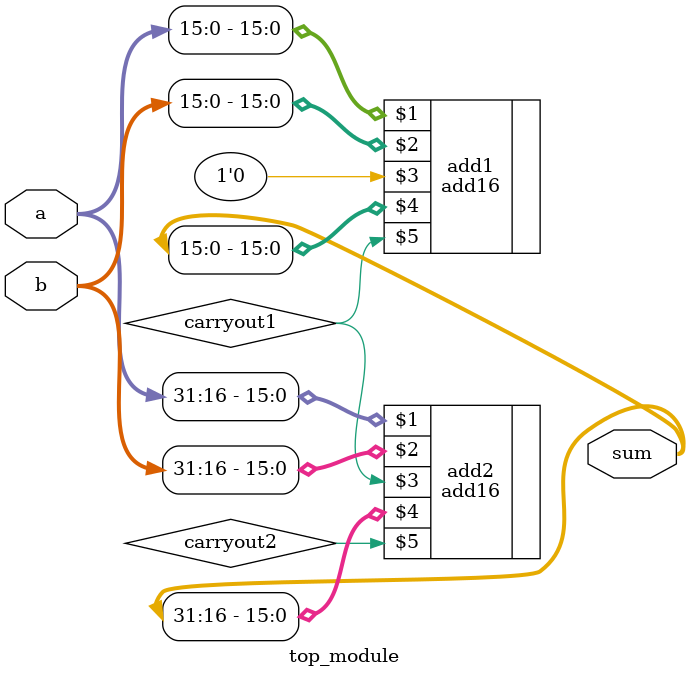
<source format=v>
module top_module(
  input [31:0] a,
  input [31:0] b,
  output [31:0] sum
);

  wire carryout1, carryout2;

  add16 add1 (a[15:0], b[15:0], 1'b0, sum[15:0], carryout1);
  add16 add2 (a[31:16], b[31:16], carryout1, sum[31:16], carryout2);

endmodule

</source>
